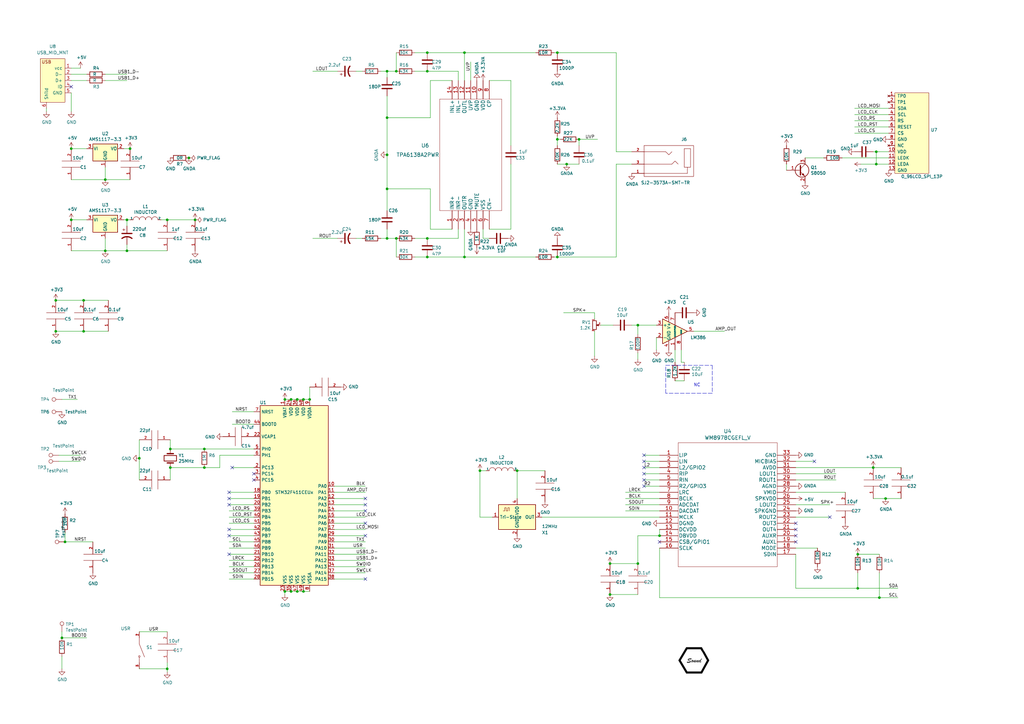
<source format=kicad_sch>
(kicad_sch (version 20211123) (generator eeschema)
  (paper "A3")
  (title_block (title "stm32 Audio  Demo") (date "2021-03-03") (rev "v1") (company "Audio"))
  (junction (at 26.67 222.25))
  (junction (at 237.49 57.15))
  (junction (at 119.38 163.83))
  (junction (at 43.18 73.66))
  (junction (at 175.26 97.79))
  (junction (at 228.6 105.41))
  (junction (at 162.56 97.79))
  (junction (at 121.92 163.83))
  (junction (at 190.5 21.59))
  (junction (at 119.38 242.57))
  (junction (at 52.07 102.87))
  (junction (at 69.85 191.77))
  (junction (at 22.86 135.89))
  (junction (at 228.6 57.15))
  (junction (at 158.75 97.79))
  (junction (at 68.58 90.17))
  (junction (at 158.75 63.5))
  (junction (at 127 163.83))
  (junction (at 250.19 231.14))
  (junction (at 124.46 242.57))
  (junction (at 158.75 48.26))
  (junction (at 80.01 90.17))
  (junction (at 52.07 90.17))
  (junction (at 190.5 105.41))
  (junction (at 270.51 219.71))
  (junction (at 34.29 135.89))
  (junction (at 83.82 191.77))
  (junction (at 232.41 67.31))
  (junction (at 29.21 90.17))
  (junction (at 25.4 261.62))
  (junction (at 196.85 193.04))
  (junction (at 116.84 163.83))
  (junction (at 358.14 191.77))
  (junction (at 57.15 187.96))
  (junction (at 53.34 60.96))
  (junction (at 43.18 102.87))
  (junction (at 175.26 105.41))
  (junction (at 22.86 123.19))
  (junction (at 175.26 21.59))
  (junction (at 162.56 29.21))
  (junction (at 363.22 204.47))
  (junction (at 250.19 243.84))
  (junction (at 175.26 29.21))
  (junction (at 359.41 62.23))
  (junction (at 124.46 163.83))
  (junction (at 116.84 242.57))
  (junction (at 158.75 77.47))
  (junction (at 77.47 64.77))
  (junction (at 158.75 29.21))
  (junction (at 351.79 227.33))
  (junction (at 121.92 242.57))
  (junction (at 359.41 67.31))
  (junction (at 360.68 245.11))
  (junction (at 29.21 60.96))
  (junction (at 261.62 231.14))
  (junction (at 83.82 184.15))
  (junction (at 351.79 241.3))
  (junction (at 212.09 193.04))
  (junction (at 68.58 274.32))
  (junction (at 34.29 123.19))
  (junction (at 228.6 21.59))
  (junction (at 69.85 184.15))
  (junction (at 261.62 133.35))
  (no_connect (at 264.16 191.77))
  (no_connect (at 149.86 237.49))
  (no_connect (at 326.39 222.25))
  (no_connect (at 149.86 214.63))
  (no_connect (at 326.39 214.63))
  (no_connect (at 149.86 219.71))
  (no_connect (at 104.14 194.31))
  (no_connect (at 149.86 204.47))
  (no_connect (at 149.86 207.01))
  (no_connect (at 149.86 209.55))
  (no_connect (at 326.39 217.17))
  (no_connect (at 93.98 217.17))
  (no_connect (at 334.01 189.23))
  (no_connect (at 93.98 219.71))
  (no_connect (at 264.16 199.39))
  (no_connect (at 93.98 227.33))
  (no_connect (at 93.98 207.01))
  (no_connect (at 104.14 196.85))
  (no_connect (at 29.21 35.56))
  (no_connect (at 340.36 212.09))
  (no_connect (at 93.98 201.93))
  (no_connect (at 264.16 194.31))
  (no_connect (at 264.16 196.85))
  (no_connect (at 264.16 186.69))
  (no_connect (at 264.16 189.23))
  (no_connect (at 270.51 222.25))
  (no_connect (at 326.39 219.71))
  (no_connect (at 95.25 191.77))
  (no_connect (at 93.98 204.47))
  (wire (pts (xy 198.12 97.79) (xy 198.12 93.98)))
  (wire (pts (xy 252.73 67.31) (xy 259.08 67.31)))
  (wire (pts (xy 270.51 209.55) (xy 256.54 209.55)))
  (wire (pts (xy 104.14 201.93) (xy 93.98 201.93)))
  (wire (pts (xy 326.39 224.79) (xy 335.28 224.79)))
  (wire (pts (xy 270.51 217.17) (xy 270.51 219.71)))
  (wire (pts (xy 146.05 29.21) (xy 148.59 29.21)))
  (wire (pts (xy 269.24 133.35) (xy 261.62 133.35)))
  (wire (pts (xy 279.4 148.59) (xy 279.4 143.51)))
  (wire (pts (xy 345.44 64.77) (xy 364.49 64.77)))
  (wire (pts (xy 351.79 234.95) (xy 351.79 241.3)))
  (wire (pts (xy 270.51 224.79) (xy 270.51 245.11)))
  (wire (pts (xy 261.62 133.35) (xy 259.08 133.35)))
  (wire (pts (xy 175.26 97.79) (xy 187.96 97.79)))
  (wire (pts (xy 35.56 90.17) (xy 29.21 90.17)))
  (wire (pts (xy 52.07 92.71) (xy 52.07 90.17)))
  (wire (pts (xy 124.46 242.57) (xy 121.92 242.57)))
  (wire (pts (xy 280.67 148.59) (xy 279.4 148.59)))
  (wire (pts (xy 83.82 184.15) (xy 104.14 184.15)))
  (wire (pts (xy 137.16 232.41) (xy 149.86 232.41)))
  (wire (pts (xy 137.16 207.01) (xy 149.86 207.01)))
  (wire (pts (xy 116.84 163.83) (xy 119.38 163.83)))
  (wire (pts (xy 228.6 105.41) (xy 252.73 105.41)))
  (wire (pts (xy 358.14 204.47) (xy 363.22 204.47)))
  (wire (pts (xy 104.14 209.55) (xy 93.98 209.55)))
  (wire (pts (xy 209.55 33.02) (xy 209.55 59.69)))
  (wire (pts (xy 25.4 163.83) (xy 31.75 163.83)))
  (wire (pts (xy 104.14 232.41) (xy 93.98 232.41)))
  (wire (pts (xy 43.18 97.79) (xy 43.18 102.87)))
  (wire (pts (xy 175.26 105.41) (xy 190.5 105.41)))
  (wire (pts (xy 22.86 123.19) (xy 34.29 123.19)))
  (wire (pts (xy 52.07 90.17) (xy 53.34 90.17)))
  (wire (pts (xy 227.33 21.59) (xy 228.6 21.59)))
  (wire (pts (xy 237.49 57.15) (xy 245.11 57.15)))
  (wire (pts (xy 170.18 105.41) (xy 175.26 105.41)))
  (wire (pts (xy 104.14 173.99) (xy 95.25 173.99)))
  (wire (pts (xy 187.96 97.79) (xy 187.96 93.98)))
  (wire (pts (xy 212.09 193.04) (xy 212.09 204.47)))
  (wire (pts (xy 158.75 77.47) (xy 158.75 86.36)))
  (wire (pts (xy 104.14 191.77) (xy 95.25 191.77)))
  (wire (pts (xy 137.16 219.71) (xy 149.86 219.71)))
  (wire (pts (xy 124.46 163.83) (xy 121.92 163.83)))
  (wire (pts (xy 360.68 245.11) (xy 368.3 245.11)))
  (wire (pts (xy 359.41 62.23) (xy 359.41 67.31)))
  (wire (pts (xy 156.21 97.79) (xy 158.75 97.79)))
  (wire (pts (xy 104.14 204.47) (xy 93.98 204.47)))
  (wire (pts (xy 170.18 21.59) (xy 175.26 21.59)))
  (wire (pts (xy 228.6 67.31) (xy 232.41 67.31)))
  (wire (pts (xy 176.53 77.47) (xy 158.75 77.47)))
  (wire (pts (xy 190.5 21.59) (xy 219.71 21.59)))
  (wire (pts (xy 200.66 93.98) (xy 209.55 93.98)))
  (wire (pts (xy 29.21 30.48) (xy 35.56 30.48)))
  (wire (pts (xy 29.21 33.02) (xy 35.56 33.02)))
  (wire (pts (xy 69.85 191.77) (xy 83.82 191.77)))
  (wire (pts (xy 57.15 274.32) (xy 68.58 274.32)))
  (wire (pts (xy 104.14 168.91) (xy 95.25 168.91)))
  (wire (pts (xy 243.84 128.27) (xy 231.14 128.27)))
  (wire (pts (xy 170.18 97.79) (xy 175.26 97.79)))
  (wire (pts (xy 270.51 191.77) (xy 264.16 191.77)))
  (wire (pts (xy 19.05 44.45) (xy 19.05 45.72)))
  (wire (pts (xy 228.6 21.59) (xy 252.73 21.59)))
  (wire (pts (xy 284.48 135.89) (xy 297.18 135.89)))
  (wire (pts (xy 137.16 227.33) (xy 149.86 227.33)))
  (wire (pts (xy 158.75 31.75) (xy 158.75 29.21)))
  (wire (pts (xy 270.51 204.47) (xy 256.54 204.47)))
  (wire (pts (xy 270.51 245.11) (xy 360.68 245.11)))
  (wire (pts (xy 364.49 54.61) (xy 350.52 54.61)))
  (wire (pts (xy 35.56 261.62) (xy 25.4 261.62)))
  (wire (pts (xy 185.42 93.98) (xy 176.53 93.98)))
  (wire (pts (xy 229.87 57.15) (xy 228.6 57.15)))
  (wire (pts (xy 322.58 67.31) (xy 322.58 69.85)))
  (wire (pts (xy 35.56 60.96) (xy 29.21 60.96)))
  (wire (pts (xy 190.5 21.59) (xy 190.5 33.02)))
  (wire (pts (xy 185.42 33.02) (xy 176.53 33.02)))
  (wire (pts (xy 222.25 212.09) (xy 270.51 212.09)))
  (wire (pts (xy 246.38 133.35) (xy 251.46 133.35)))
  (wire (pts (xy 193.04 33.02) (xy 193.04 25.4)))
  (wire (pts (xy 43.18 33.02) (xy 52.07 33.02)))
  (wire (pts (xy 261.62 219.71) (xy 261.62 231.14)))
  (wire (pts (xy 43.18 68.58) (xy 43.18 73.66)))
  (wire (pts (xy 175.26 21.59) (xy 190.5 21.59)))
  (wire (pts (xy 128.27 29.21) (xy 138.43 29.21)))
  (wire (pts (xy 326.39 207.01) (xy 340.36 207.01)))
  (wire (pts (xy 270.51 207.01) (xy 256.54 207.01)))
  (wire (pts (xy 121.92 242.57) (xy 119.38 242.57)))
  (wire (pts (xy 104.14 237.49) (xy 93.98 237.49)))
  (wire (pts (xy 104.14 186.69) (xy 90.17 186.69)))
  (wire (pts (xy 24.13 189.23) (xy 33.02 189.23)))
  (wire (pts (xy 196.85 212.09) (xy 196.85 193.04)))
  (wire (pts (xy 158.75 63.5) (xy 158.75 77.47)))
  (wire (pts (xy 69.85 184.15) (xy 83.82 184.15)))
  (wire (pts (xy 228.6 55.88) (xy 228.6 57.15)))
  (polyline (pts (xy 273.05 161.29) (xy 273.05 149.86)))
  (wire (pts (xy 270.51 194.31) (xy 264.16 194.31)))
  (wire (pts (xy 187.96 29.21) (xy 187.96 33.02)))
  (wire (pts (xy 351.79 241.3) (xy 368.3 241.3)))
  (wire (pts (xy 237.49 59.69) (xy 237.49 57.15)))
  (wire (pts (xy 137.16 222.25) (xy 149.86 222.25)))
  (wire (pts (xy 170.18 29.21) (xy 175.26 29.21)))
  (wire (pts (xy 34.29 123.19) (xy 44.45 123.19)))
  (wire (pts (xy 227.33 105.41) (xy 228.6 105.41)))
  (wire (pts (xy 43.18 102.87) (xy 52.07 102.87)))
  (wire (pts (xy 199.39 193.04) (xy 196.85 193.04)))
  (wire (pts (xy 104.14 219.71) (xy 93.98 219.71)))
  (wire (pts (xy 137.16 201.93) (xy 149.86 201.93)))
  (wire (pts (xy 137.16 224.79) (xy 149.86 224.79)))
  (wire (pts (xy 276.86 148.59) (xy 276.86 143.51)))
  (wire (pts (xy 137.16 212.09) (xy 149.86 212.09)))
  (wire (pts (xy 243.84 130.81) (xy 243.84 128.27)))
  (wire (pts (xy 326.39 191.77) (xy 358.14 191.77)))
  (wire (pts (xy 104.14 207.01) (xy 93.98 207.01)))
  (wire (pts (xy 212.09 193.04) (xy 223.52 193.04)))
  (wire (pts (xy 359.41 67.31) (xy 364.49 67.31)))
  (wire (pts (xy 137.16 204.47) (xy 149.86 204.47)))
  (wire (pts (xy 29.21 73.66) (xy 43.18 73.66)))
  (wire (pts (xy 360.68 227.33) (xy 351.79 227.33)))
  (wire (pts (xy 137.16 229.87) (xy 149.86 229.87)))
  (wire (pts (xy 326.39 189.23) (xy 334.01 189.23)))
  (wire (pts (xy 162.56 105.41) (xy 162.56 97.79)))
  (wire (pts (xy 52.07 102.87) (xy 68.58 102.87)))
  (wire (pts (xy 326.39 194.31) (xy 342.9 194.31)))
  (polyline (pts (xy 292.1 161.29) (xy 273.05 161.29)))
  (wire (pts (xy 29.21 27.94) (xy 33.02 27.94)))
  (wire (pts (xy 190.5 105.41) (xy 190.5 93.98)))
  (wire (pts (xy 176.53 93.98) (xy 176.53 77.47)))
  (wire (pts (xy 52.07 100.33) (xy 52.07 102.87)))
  (wire (pts (xy 228.6 57.15) (xy 228.6 59.69)))
  (wire (pts (xy 270.51 219.71) (xy 261.62 219.71)))
  (wire (pts (xy 137.16 234.95) (xy 149.86 234.95)))
  (wire (pts (xy 364.49 52.07) (xy 350.52 52.07)))
  (wire (pts (xy 158.75 48.26) (xy 158.75 63.5)))
  (wire (pts (xy 269.24 138.43) (xy 269.24 143.51)))
  (wire (pts (xy 57.15 180.34) (xy 57.15 187.96)))
  (wire (pts (xy 66.04 90.17) (xy 68.58 90.17)))
  (wire (pts (xy 264.16 196.85) (xy 270.51 196.85)))
  (wire (pts (xy 127 163.83) (xy 124.46 163.83)))
  (wire (pts (xy 104.14 222.25) (xy 93.98 222.25)))
  (wire (pts (xy 252.73 21.59) (xy 252.73 62.23)))
  (wire (pts (xy 29.21 38.1) (xy 29.21 45.72)))
  (wire (pts (xy 57.15 187.96) (xy 57.15 196.85)))
  (wire (pts (xy 200.66 33.02) (xy 209.55 33.02)))
  (wire (pts (xy 25.4 259.08) (xy 25.4 261.62)))
  (wire (pts (xy 252.73 105.41) (xy 252.73 67.31)))
  (wire (pts (xy 104.14 224.79) (xy 93.98 224.79)))
  (wire (pts (xy 330.2 64.77) (xy 337.82 64.77)))
  (polyline (pts (xy 292.1 149.86) (xy 292.1 161.29)))
  (wire (pts (xy 156.21 29.21) (xy 158.75 29.21)))
  (wire (pts (xy 104.14 227.33) (xy 93.98 227.33)))
  (wire (pts (xy 326.39 201.93) (xy 346.71 201.93)))
  (wire (pts (xy 176.53 33.02) (xy 176.53 48.26)))
  (wire (pts (xy 270.51 189.23) (xy 264.16 189.23)))
  (wire (pts (xy 43.18 30.48) (xy 52.07 30.48)))
  (wire (pts (xy 137.16 217.17) (xy 149.86 217.17)))
  (wire (pts (xy 363.22 204.47) (xy 369.57 204.47)))
  (wire (pts (xy 353.06 67.31) (xy 359.41 67.31)))
  (wire (pts (xy 250.19 243.84) (xy 261.62 243.84)))
  (wire (pts (xy 276.86 156.21) (xy 280.67 156.21)))
  (wire (pts (xy 24.13 186.69) (xy 33.02 186.69)))
  (wire (pts (xy 50.8 60.96) (xy 53.34 60.96)))
  (wire (pts (xy 68.58 90.17) (xy 80.01 90.17)))
  (wire (pts (xy 209.55 93.98) (xy 209.55 67.31)))
  (wire (pts (xy 162.56 21.59) (xy 162.56 29.21)))
  (wire (pts (xy 43.18 73.66) (xy 53.34 73.66)))
  (wire (pts (xy 270.51 199.39) (xy 264.16 199.39)))
  (wire (pts (xy 116.84 243.84) (xy 116.84 242.57)))
  (wire (pts (xy 127 158.75) (xy 127 163.83)))
  (wire (pts (xy 326.39 196.85) (xy 342.9 196.85)))
  (wire (pts (xy 25.4 269.24) (xy 25.4 274.32)))
  (wire (pts (xy 326.39 241.3) (xy 351.79 241.3)))
  (wire (pts (xy 146.05 97.79) (xy 148.59 97.79)))
  (wire (pts (xy 69.85 180.34) (xy 69.85 184.15)))
  (wire (pts (xy 38.1 222.25) (xy 26.67 222.25)))
  (wire (pts (xy 127 242.57) (xy 124.46 242.57)))
  (wire (pts (xy 69.85 196.85) (xy 69.85 191.77)))
  (wire (pts (xy 176.53 48.26) (xy 158.75 48.26)))
  (wire (pts (xy 158.75 39.37) (xy 158.75 48.26)))
  (wire (pts (xy 68.58 271.78) (xy 68.58 274.32)))
  (wire (pts (xy 68.58 259.08) (xy 57.15 259.08)))
  (wire (pts (xy 364.49 49.53) (xy 350.52 49.53)))
  (wire (pts (xy 137.16 209.55) (xy 149.86 209.55)))
  (wire (pts (xy 104.14 229.87) (xy 93.98 229.87)))
  (wire (pts (xy 270.51 186.69) (xy 264.16 186.69)))
  (wire (pts (xy 26.67 218.44) (xy 26.67 222.25)))
  (wire (pts (xy 270.51 201.93) (xy 256.54 201.93)))
  (wire (pts (xy 137.16 214.63) (xy 149.86 214.63)))
  (wire (pts (xy 364.49 46.99) (xy 350.52 46.99)))
  (wire (pts (xy 364.49 44.45) (xy 350.52 44.45)))
  (wire (pts (xy 358.14 191.77) (xy 369.57 191.77)))
  (wire (pts (xy 119.38 163.83) (xy 121.92 163.83)))
  (wire (pts (xy 232.41 67.31) (xy 237.49 67.31)))
  (wire (pts (xy 359.41 62.23) (xy 364.49 62.23)))
  (wire (pts (xy 200.66 97.79) (xy 198.12 97.79)))
  (wire (pts (xy 44.45 135.89) (xy 34.29 135.89)))
  (wire (pts (xy 137.16 237.49) (xy 149.86 237.49)))
  (wire (pts (xy 104.14 234.95) (xy 93.98 234.95)))
  (wire (pts (xy 326.39 227.33) (xy 326.39 241.3)))
  (wire (pts (xy 137.16 199.39) (xy 149.86 199.39)))
  (wire (pts (xy 158.75 97.79) (xy 162.56 97.79)))
  (wire (pts (xy 50.8 90.17) (xy 52.07 90.17)))
  (wire (pts (xy 158.75 93.98) (xy 158.75 97.79)))
  (wire (pts (xy 158.75 29.21) (xy 162.56 29.21)))
  (wire (pts (xy 358.14 62.23) (xy 359.41 62.23)))
  (wire (pts (xy 243.84 135.89) (xy 243.84 146.05)))
  (wire (pts (xy 104.14 217.17) (xy 93.98 217.17)))
  (wire (pts (xy 22.86 135.89) (xy 34.29 135.89)))
  (wire (pts (xy 250.19 231.14) (xy 261.62 231.14)))
  (wire (pts (xy 90.17 186.69) (xy 90.17 191.77)))
  (wire (pts (xy 68.58 274.32) (xy 68.58 275.59)))
  (wire (pts (xy 360.68 234.95) (xy 360.68 245.11)))
  (wire (pts (xy 326.39 212.09) (xy 340.36 212.09)))
  (wire (pts (xy 119.38 242.57) (xy 116.84 242.57)))
  (wire (pts (xy 261.62 144.78) (xy 261.62 147.32)))
  (wire (pts (xy 201.93 212.09) (xy 196.85 212.09)))
  (wire (pts (xy 261.62 137.16) (xy 261.62 133.35)))
  (wire (pts (xy 138.43 97.79) (xy 128.27 97.79)))
  (wire (pts (xy 175.26 29.21) (xy 187.96 29.21)))
  (wire (pts (xy 83.82 191.77) (xy 90.17 191.77)))
  (wire (pts (xy 104.14 212.09) (xy 93.98 212.09)))
  (polyline (pts (xy 273.05 149.86) (xy 292.1 149.86)))
  (wire (pts (xy 252.73 62.23) (xy 259.08 62.23)))
  (wire (pts (xy 104.14 214.63) (xy 93.98 214.63)))
  (wire (pts (xy 29.21 102.87) (xy 43.18 102.87)))
  (wire (pts (xy 219.71 105.41) (xy 190.5 105.41)))
  (image (at 285.75 270.51))
  (text "NC" (at 284.48 158.75 0) (effects (font (size 1.27 1.27)) (justify left bottom)))
  (label "LCD_CLK" (at 146.05 212.09 0))
  (label "SDIN" (at 95.25 237.49 0))
  (label "ROUT" (at 337.82 196.85 0))
  (label "LCD_RS" (at 95.25 209.55 0))
  (label "LCD_RS" (at 351.79 49.53 0))
  (label "TX1" (at 27.94 163.83 0))
  (label "SPK+" (at 336.55 207.01 0))
  (label "LCD_CS" (at 95.25 214.63 0))
  (label "BLK" (at 146.05 199.39 0))
  (label "LCD_MOSI" (at 351.79 44.45 0))
  (label "USB1_D+" (at 48.26 33.02 0))
  (label "AMP_OUT" (at 142.24 201.93 0))
  (label "NRST" (at 30.48 222.25 0))
  (label "USB1_D-" (at 146.05 227.33 0))
  (label "UVP" (at 240.03 57.15 0))
  (label "USR" (at 60.96 259.08 0))
  (label "BCLK" (at 95.25 232.41 0))
  (label "SWCLK" (at 29.21 186.69 0))
  (label "TX1" (at 146.05 222.25 0))
  (label "BOOT0" (at 29.21 261.62 0))
  (label "ROUT" (at 130.81 97.79 0))
  (label "LCD_CS" (at 351.79 54.61 0))
  (label "LCD_RST" (at 351.79 52.07 0))
  (label "UVP" (at 193.04 29.21 90))
  (label "USR" (at 144.78 224.79 0))
  (label "SWCLK" (at 146.05 234.95 0))
  (label "LOUT" (at 337.82 194.31 0))
  (label "LRCK" (at 95.25 229.87 0))
  (label "R2" (at 264.16 199.39 0))
  (label "SCL" (at 364.49 245.11 0))
  (label "SWDIO" (at 146.05 232.41 0))
  (label "USB1_D-" (at 48.26 30.48 0))
  (label "SDOUT" (at 95.25 234.95 0))
  (label "SDIN" (at 257.81 209.55 0))
  (label "AMP_OUT" (at 293.37 135.89 0))
  (label "SDA" (at 95.25 224.79 0))
  (label "SPK+" (at 234.95 128.27 0))
  (label "BCLK" (at 257.81 204.47 0))
  (label "NRST" (at 96.52 168.91 0))
  (label "LCD_RST" (at 95.25 212.09 0))
  (label "SDA" (at 364.49 241.3 0))
  (label "LCD_MOSI" (at 146.05 217.17 0))
  (label "L2" (at 264.16 191.77 0))
  (label "LRCK" (at 257.81 201.93 0))
  (label "USB1_D+" (at 146.05 229.87 0))
  (label "LOUT" (at 129.54 29.21 0))
  (label "SCL" (at 95.25 222.25 0))
  (label "SWDIO" (at 29.21 189.23 0))
  (label "LCD_CLK" (at 351.79 46.99 0))
  (label "SDOUT" (at 257.81 207.01 0))
  (label "BOOT0" (at 96.52 173.99 0))
  (symbol (lib_id "MCU_ST_STM32F4:STM32F411CEUx") (at 121.92 201.93 0) (unit 1)
    (property "Reference" "U1" (at 107.95 165.1 0))
    (property "Value" "STM32F411CEUx" (at 120.65 201.93 0))
    (property "Footprint" "Package_DFN_QFN:QFN-48-1EP_7x7mm_P0.5mm_EP5.6x5.6mm" (effects hide))
    (property "Datasheet" "http://www.st.com/st-web-ui/static/active/en/resource/technical/document/datasheet/DM00115249.pdf" (effects hide))
  )
  (symbol (lib_id "WM8978GEFL:WM8978CGEFL_V") (at 270.51 186.69 0) (unit 1)
    (property "Reference" "U4" (at 298.45 176.8602 0) (effects (font (size 1.524 1.524))))
    (property "Value" "WM8978CGEFL_V" (at 298.45 179.5526 0) (effects (font (size 1.524 1.524))))
    (property "Footprint" "wm8978:WM8978CGEFL" (effects hide))
  )
  (symbol (lib_id "Oscillator:ASCO") (at 212.09 212.09 0) (unit 1)
    (property "Reference" "X1" (at 222.25 218.44 0) (effects (justify left)))
    (property "Value" "12MHz" (at 222.25 215.9 0) (effects (justify left)))
    (property "Footprint" "Crystal:Crystal_SMD_3225-4Pin_3.2x2.5mm" (effects hide))
    (property "Datasheet" "https://abracon.com/Oscillators/ASCO.pdf" (effects hide))
  )
  (symbol (lib_id "power:GND") (at 19.05 45.72 0) (unit 1)
    (property "Reference" "#PWR0106" (effects hide))
    (property "Value" "GND" (at 19.177 50.1142 0))
  )
  (symbol (lib_id "power:+5V") (at 33.02 27.94 0) (unit 1)
    (property "Reference" "#PWR0107" (effects hide))
    (property "Value" "+5V" (at 33.401 23.5458 0))
  )
  (symbol (lib_id "Device:R") (at 39.37 33.02 270) (unit 1)
    (property "Reference" "R3" (at 38.1 35.56 90) (effects (justify left)))
    (property "Value" "R" (at 38.1 33.02 90) (effects (justify left)))
    (property "Footprint" "Resistor_SMD:R_0603_1608Metric" (effects hide))
  )
  (symbol (lib_id "Device:R") (at 39.37 30.48 270) (unit 1)
    (property "Reference" "R4" (at 38.1 27.94 90) (effects (justify left)))
    (property "Value" "R" (at 38.1 30.48 90) (effects (justify left)))
    (property "Footprint" "Resistor_SMD:R_0603_1608Metric" (effects hide))
  )
  (symbol (lib_id "Regulator_Linear:AMS1117-3.3") (at 43.18 60.96 0) (unit 1)
    (property "Reference" "U2" (at 43.18 54.8132 0))
    (property "Value" "AMS1117-3.3" (at 43.18 57.1246 0))
    (property "Footprint" "Package_TO_SOT_SMD:SOT-223-3_TabPin2" (effects hide))
    (property "Datasheet" "http://www.advanced-monolithic.com/pdf/ds1117.pdf" (effects hide))
  )
  (symbol (lib_id "power:PWR_FLAG") (at 80.01 90.17 270) (unit 1)
    (property "Reference" "#FLG0104" (effects hide))
    (property "Value" "PWR_FLAG" (at 83.2612 90.17 90) (effects (justify left)))
  )
  (symbol (lib_id "power:PWR_FLAG") (at 77.47 64.77 270) (unit 1)
    (property "Reference" "#FLG0105" (effects hide))
    (property "Value" "PWR_FLAG" (at 80.7212 64.77 90) (effects (justify left)))
  )
  (symbol (lib_id "power:GND") (at 43.18 73.66 0) (unit 1)
    (property "Reference" "#PWR0110" (effects hide))
    (property "Value" "GND" (at 43.307 78.0542 0))
  )
  (symbol (lib_id "pspice:CAP") (at 29.21 67.31 180) (unit 1)
    (property "Reference" "C1" (at 35.56 68.58 0) (effects (justify left)))
    (property "Value" "10uf" (at 34.29 64.77 0) (effects (justify left)))
    (property "Footprint" "Capacitor_SMD:C_0805_2012Metric" (effects hide))
  )
  (symbol (lib_id "power:+5V") (at 29.21 60.96 0) (unit 1)
    (property "Reference" "#PWR0109" (effects hide))
    (property "Value" "+5V" (at 29.591 56.5658 0))
  )
  (symbol (lib_id "pspice:CAP") (at 53.34 67.31 180) (unit 1)
    (property "Reference" "C7" (at 59.69 68.58 0) (effects (justify left)))
    (property "Value" "10uf" (at 58.42 64.77 0) (effects (justify left)))
    (property "Footprint" "Capacitor_SMD:C_0805_2012Metric" (effects hide))
  )
  (symbol (lib_id "power:+3.3V") (at 53.34 60.96 0) (unit 1)
    (property "Reference" "#PWR0108" (effects hide))
    (property "Value" "+3.3V" (at 53.721 56.5658 0))
  )
  (symbol (lib_id "Device:Crystal") (at 69.85 187.96 270) (unit 1)
    (property "Reference" "Y1" (at 73.1774 186.7916 90) (effects (justify left)))
    (property "Value" "25MHz" (at 73.1774 189.103 90) (effects (justify left)))
    (property "Footprint" "Crystal:Crystal_SMD_5032-2Pin_5.0x3.2mm" (effects hide))
  )
  (symbol (lib_id "power:+5V") (at 29.21 90.17 0) (unit 1)
    (property "Reference" "#PWR0111" (effects hide))
    (property "Value" "+5V" (at 29.591 85.7758 0))
  )
  (symbol (lib_id "Regulator_Linear:AMS1117-3.3") (at 43.18 90.17 0) (unit 1)
    (property "Reference" "U3" (at 43.18 84.0232 0))
    (property "Value" "AMS1117-3.3" (at 43.18 86.3346 0))
    (property "Footprint" "Package_TO_SOT_SMD:SOT-223-3_TabPin2" (effects hide))
    (property "Datasheet" "http://www.advanced-monolithic.com/pdf/ds1117.pdf" (effects hide))
  )
  (symbol (lib_id "power:GND") (at 43.18 102.87 0) (unit 1)
    (property "Reference" "#PWR0112" (effects hide))
    (property "Value" "GND" (at 43.307 107.2642 0))
  )
  (symbol (lib_id "pspice:CAP") (at 29.21 96.52 180) (unit 1)
    (property "Reference" "C2" (at 35.56 97.79 0) (effects (justify left)))
    (property "Value" "10uf" (at 34.29 93.98 0) (effects (justify left)))
    (property "Footprint" "Capacitor_SMD:C_0805_2012Metric" (effects hide))
  )
  (symbol (lib_id "power:+3.3VA") (at 80.01 90.17 0) (unit 1)
    (property "Reference" "#PWR0113" (effects hide))
    (property "Value" "+3.3VA" (at 80.391 85.7758 0))
  )
  (symbol (lib_id "pspice:INDUCTOR") (at 59.69 90.17 0) (unit 1)
    (property "Reference" "L1" (at 59.69 84.709 0))
    (property "Value" "INDUCTOR" (at 59.69 87.0204 0))
    (property "Footprint" "Inductor_SMD:L_TDK_NLV32_3.2x2.5mm" (effects hide))
  )
  (symbol (lib_id "pspice:CAP") (at 68.58 96.52 180) (unit 1)
    (property "Reference" "C12" (at 74.93 97.79 0) (effects (justify left)))
    (property "Value" "1uf" (at 73.66 93.98 0) (effects (justify left)))
    (property "Footprint" "Capacitor_SMD:C_0805_2012Metric" (effects hide))
  )
  (symbol (lib_id "pspice:CAP") (at 80.01 96.52 180) (unit 1)
    (property "Reference" "C13" (at 86.36 97.79 0) (effects (justify left)))
    (property "Value" "0.1uf" (at 85.09 93.98 0) (effects (justify left)))
    (property "Footprint" "Capacitor_SMD:C_0805_2012Metric" (effects hide))
  )
  (symbol (lib_id "power:+3.3V") (at 116.84 163.83 0) (unit 1)
    (property "Reference" "#PWR0115" (effects hide))
    (property "Value" "+3.3V" (at 117.221 159.4358 0))
  )
  (symbol (lib_id "power:GND") (at 116.84 243.84 0) (unit 1)
    (property "Reference" "#PWR0114" (effects hide))
    (property "Value" "GND" (at 116.967 248.2342 0))
  )
  (symbol (lib_id "pspice:CAP") (at 97.79 179.07 90) (mirror x) (unit 1)
    (property "Reference" "C14" (at 102.87 182.88 90) (effects (justify left)))
    (property "Value" "4.7uf" (at 104.14 175.26 90) (effects (justify left)))
    (property "Footprint" "Capacitor_SMD:C_0805_2012Metric" (effects hide))
  )
  (symbol (lib_id "power:GND") (at 91.44 179.07 270) (unit 1)
    (property "Reference" "#PWR0116" (effects hide))
    (property "Value" "GND" (at 88.1888 179.197 90) (effects (justify right)))
  )
  (symbol (lib_id "pspice:CAP") (at 22.86 129.54 180) (unit 1)
    (property "Reference" "C5" (at 29.21 130.81 0) (effects (justify left)))
    (property "Value" "10uf" (at 27.94 127 0) (effects (justify left)))
    (property "Footprint" "Capacitor_SMD:C_0805_2012Metric" (effects hide))
  )
  (symbol (lib_id "power:GND") (at 22.86 135.89 0) (unit 1)
    (property "Reference" "#PWR0117" (effects hide))
    (property "Value" "GND" (at 22.987 140.2842 0))
  )
  (symbol (lib_id "pspice:CAP") (at 34.29 129.54 180) (unit 1)
    (property "Reference" "C6" (at 40.64 130.81 0) (effects (justify left)))
    (property "Value" "0.1uf" (at 39.37 127 0) (effects (justify left)))
    (property "Footprint" "Capacitor_SMD:C_0805_2012Metric" (effects hide))
  )
  (symbol (lib_id "pspice:CAP") (at 44.45 129.54 180) (unit 1)
    (property "Reference" "C9" (at 50.8 130.81 0) (effects (justify left)))
    (property "Value" "0.1uf" (at 49.53 127 0) (effects (justify left)))
    (property "Footprint" "Capacitor_SMD:C_0805_2012Metric" (effects hide))
  )
  (symbol (lib_id "pspice:CAP") (at 133.35 158.75 90) (unit 1)
    (property "Reference" "C15" (at 138.43 163.83 90) (effects (justify left)))
    (property "Value" "10uf" (at 139.7 161.29 90) (effects (justify left)))
    (property "Footprint" "Capacitor_SMD:C_0805_2012Metric" (effects hide))
  )
  (symbol (lib_id "power:GND") (at 139.7 158.75 90) (unit 1)
    (property "Reference" "#PWR0118" (effects hide))
    (property "Value" "GND" (at 142.9512 158.623 90) (effects (justify right)))
  )
  (symbol (lib_id "power:GND") (at 57.15 187.96 270) (unit 1)
    (property "Reference" "#PWR0119" (effects hide))
    (property "Value" "GND" (at 53.8988 188.087 90) (effects (justify right)))
  )
  (symbol (lib_id "Device:R") (at 83.82 187.96 0) (unit 1)
    (property "Reference" "R6" (at 85.598 186.7916 0) (effects (justify left)))
    (property "Value" "1M" (at 83.82 189.23 90) (effects (justify left)))
    (property "Footprint" "Resistor_SMD:R_0603_1608Metric" (effects hide))
  )
  (symbol (lib_id "pspice:CAP") (at 63.5 180.34 270) (unit 1)
    (property "Reference" "C10" (at 58.42 184.15 90) (effects (justify left)))
    (property "Value" "22pf" (at 57.15 176.53 90) (effects (justify left)))
    (property "Footprint" "Capacitor_SMD:C_0805_2012Metric" (effects hide))
  )
  (symbol (lib_id "pspice:CAP") (at 63.5 196.85 270) (unit 1)
    (property "Reference" "C11" (at 58.42 200.66 90) (effects (justify left)))
    (property "Value" "22pf" (at 57.15 193.04 90) (effects (justify left)))
    (property "Footprint" "Capacitor_SMD:C_0805_2012Metric" (effects hide))
  )
  (symbol (lib_id "Device:R") (at 26.67 214.63 0) (unit 1)
    (property "Reference" "R2" (at 28.448 213.4616 0) (effects (justify left)))
    (property "Value" "10K" (at 26.67 215.9 90) (effects (justify left)))
    (property "Footprint" "Resistor_SMD:R_0603_1608Metric" (effects hide))
  )
  (symbol (lib_id "power:+3.3V") (at 26.67 210.82 0) (unit 1)
    (property "Reference" "#PWR0121" (effects hide))
    (property "Value" "+3.3V" (at 27.051 206.4258 0))
  )
  (symbol (lib_id "pspice:CAP") (at 38.1 228.6 180) (unit 1)
    (property "Reference" "C4" (at 44.45 229.87 0) (effects (justify left)))
    (property "Value" "10uf" (at 43.18 226.06 0) (effects (justify left)))
    (property "Footprint" "Capacitor_SMD:C_0805_2012Metric" (effects hide))
  )
  (symbol (lib_id "power:GND") (at 38.1 234.95 0) (unit 1)
    (property "Reference" "#PWR0122" (effects hide))
    (property "Value" "GND" (at 38.227 239.3442 0))
  )
  (symbol (lib_id "Device:R") (at 25.4 265.43 0) (unit 1)
    (property "Reference" "R1" (at 27.178 264.2616 0) (effects (justify left)))
    (property "Value" "10K" (at 25.4 266.7 90) (effects (justify left)))
    (property "Footprint" "Resistor_SMD:R_0603_1608Metric" (effects hide))
  )
  (symbol (lib_id "power:GND") (at 25.4 274.32 0) (unit 1)
    (property "Reference" "#PWR0123" (effects hide))
    (property "Value" "GND" (at 25.527 278.7142 0))
  )
  (symbol (lib_id "power:+3.3V") (at 22.86 123.19 0) (unit 1)
    (property "Reference" "#PWR0127" (effects hide))
    (property "Value" "+3.3V" (at 23.241 118.7958 0))
  )
  (symbol (lib_id "pspice:CAP") (at 250.19 237.49 180) (unit 1)
    (property "Reference" "C18" (at 256.54 238.76 0) (effects (justify left)))
    (property "Value" "10uf" (at 255.27 234.95 0) (effects (justify left)))
    (property "Footprint" "Capacitor_SMD:C_0805_2012Metric" (effects hide))
  )
  (symbol (lib_id "power:GND") (at 250.19 243.84 0) (unit 1)
    (property "Reference" "#PWR0128" (effects hide))
    (property "Value" "GND" (at 250.317 248.2342 0))
  )
  (symbol (lib_id "pspice:CAP") (at 261.62 237.49 180) (unit 1)
    (property "Reference" "C20" (at 267.97 238.76 0) (effects (justify left)))
    (property "Value" "0.1uf" (at 266.7 234.95 0) (effects (justify left)))
    (property "Footprint" "Capacitor_SMD:C_0805_2012Metric" (effects hide))
  )
  (symbol (lib_id "power:+3.3V") (at 250.19 231.14 0) (unit 1)
    (property "Reference" "#PWR0129" (effects hide))
    (property "Value" "+3.3V" (at 250.571 226.7458 0))
  )
  (symbol (lib_id "power:GND") (at 270.51 214.63 270) (unit 1)
    (property "Reference" "#PWR0130" (effects hide))
    (property "Value" "GND" (at 267.2588 214.757 90) (effects (justify right)))
  )
  (symbol (lib_id "power:GND") (at 326.39 186.69 90) (unit 1)
    (property "Reference" "#PWR0131" (effects hide))
    (property "Value" "GND" (at 329.6412 186.563 90) (effects (justify right)))
  )
  (symbol (lib_id "pspice:CAP") (at 358.14 198.12 180) (unit 1)
    (property "Reference" "C28" (at 364.49 199.39 0) (effects (justify left)))
    (property "Value" "10uf" (at 363.22 195.58 0) (effects (justify left)))
    (property "Footprint" "Capacitor_SMD:C_0805_2012Metric" (effects hide))
  )
  (symbol (lib_id "pspice:CAP") (at 369.57 198.12 180) (unit 1)
    (property "Reference" "C32" (at 375.92 199.39 0) (effects (justify left)))
    (property "Value" "0.1uf" (at 374.65 195.58 0) (effects (justify left)))
    (property "Footprint" "Capacitor_SMD:C_0805_2012Metric" (effects hide))
  )
  (symbol (lib_id "power:+3.3VA") (at 358.14 191.77 0) (unit 1)
    (property "Reference" "#PWR0133" (effects hide))
    (property "Value" "+3.3VA" (at 358.521 187.3758 0))
  )
  (symbol (lib_id "power:GNDA") (at 326.39 199.39 90) (unit 1)
    (property "Reference" "#PWR0134" (effects hide))
    (property "Value" "GNDA" (at 329.6412 199.263 90) (effects (justify right)))
  )
  (symbol (lib_id "power:+5V") (at 326.39 204.47 270) (unit 1)
    (property "Reference" "#PWR0135" (effects hide))
    (property "Value" "+5V" (at 329.6412 204.851 90) (effects (justify left)))
  )
  (symbol (lib_id "pspice:CAP") (at 346.71 208.28 180) (unit 1)
    (property "Reference" "C27" (at 353.06 209.55 0) (effects (justify left)))
    (property "Value" "10uf" (at 351.79 205.74 0) (effects (justify left)))
    (property "Footprint" "Capacitor_SMD:C_0805_2012Metric" (effects hide))
  )
  (symbol (lib_id "power:GNDA") (at 346.71 214.63 0) (unit 1)
    (property "Reference" "#PWR0136" (effects hide))
    (property "Value" "GNDA" (at 346.837 219.0242 0))
  )
  (symbol (lib_id "power:GND") (at 326.39 209.55 90) (unit 1)
    (property "Reference" "#PWR0137" (effects hide))
    (property "Value" "GND" (at 329.6412 209.423 90) (effects (justify right)))
  )
  (symbol (lib_id "Amplifier_Audio:LM386") (at 276.86 135.89 0) (unit 1)
    (property "Reference" "U5" (at 281.94 132.08 0) (effects (justify left)))
    (property "Value" "LM386" (at 283.21 138.43 0) (effects (justify left)))
    (property "Footprint" "Package_SO:HSOP-8-1EP_3.9x4.9mm_P1.27mm_EP2.41x3.1mm" (effects hide))
    (property "Datasheet" "http://www.ti.com/lit/ds/symlink/lm386.pdf" (effects hide))
  )
  (symbol (lib_id "Device:R") (at 335.28 228.6 0) (unit 1)
    (property "Reference" "R12" (at 337.058 227.4316 0) (effects (justify left)))
    (property "Value" "10K" (at 335.28 229.87 90) (effects (justify left)))
    (property "Footprint" "Resistor_SMD:R_0603_1608Metric" (effects hide))
  )
  (symbol (lib_id "power:GND") (at 335.28 232.41 0) (unit 1)
    (property "Reference" "#PWR0138" (effects hide))
    (property "Value" "GND" (at 335.407 236.8042 0))
  )
  (symbol (lib_id "Device:R") (at 351.79 231.14 0) (unit 1)
    (property "Reference" "R13" (at 353.568 229.9716 0) (effects (justify left)))
    (property "Value" "10K" (at 351.79 232.41 90) (effects (justify left)))
    (property "Footprint" "Resistor_SMD:R_0603_1608Metric" (effects hide))
  )
  (symbol (lib_id "Device:R") (at 360.68 231.14 0) (unit 1)
    (property "Reference" "R14" (at 362.458 229.9716 0) (effects (justify left)))
    (property "Value" "10K" (at 360.68 232.41 90) (effects (justify left)))
    (property "Footprint" "Resistor_SMD:R_0603_1608Metric" (effects hide))
  )
  (symbol (lib_id "power:+3.3V") (at 351.79 227.33 0) (unit 1)
    (property "Reference" "#PWR0139" (effects hide))
    (property "Value" "+3.3V" (at 352.171 222.9358 0))
  )
  (symbol (lib_id "pspice:CAP") (at 68.58 265.43 180) (unit 1)
    (property "Reference" "C17" (at 74.93 266.7 0) (effects (justify left)))
    (property "Value" "10uf" (at 73.66 262.89 0) (effects (justify left)))
    (property "Footprint" "Capacitor_SMD:C_0805_2012Metric" (effects hide))
  )
  (symbol (lib_id "power:GND") (at 68.58 275.59 0) (unit 1)
    (property "Reference" "#PWR0102" (effects hide))
    (property "Value" "GND" (at 68.707 279.9842 0))
  )
  (symbol (lib_id "power:GND") (at 212.09 219.71 0) (unit 1)
    (property "Reference" "#PWR0140" (effects hide))
    (property "Value" "GND" (at 212.217 224.1042 0))
  )
  (symbol (lib_id "pspice:INDUCTOR") (at 205.74 193.04 0) (unit 1)
    (property "Reference" "L2" (at 205.74 187.579 0))
    (property "Value" "INDUCTOR" (at 205.74 189.8904 0))
    (property "Footprint" "Inductor_SMD:L_0805_2012Metric" (effects hide))
  )
  (symbol (lib_id "pspice:CAP") (at 223.52 199.39 180) (unit 1)
    (property "Reference" "C16" (at 229.87 200.66 0) (effects (justify left)))
    (property "Value" "10uf" (at 228.6 196.85 0) (effects (justify left)))
    (property "Footprint" "Capacitor_SMD:C_0805_2012Metric" (effects hide))
  )
  (symbol (lib_id "power:+3.3V") (at 196.85 193.04 0) (unit 1)
    (property "Reference" "#PWR0141" (effects hide))
    (property "Value" "+3.3V" (at 197.231 188.6458 0))
  )
  (symbol (lib_id "power:+3.3V") (at 274.32 128.27 0) (unit 1)
    (property "Reference" "#PWR0103" (effects hide))
    (property "Value" "+3.3V" (at 274.701 123.8758 0))
  )
  (symbol (lib_id "power:GND") (at 274.32 143.51 0) (unit 1)
    (property "Reference" "#PWR0104" (effects hide))
    (property "Value" "GND" (at 274.447 147.9042 0))
  )
  (symbol (lib_id "Device:C") (at 280.67 128.27 270) (unit 1)
    (property "Reference" "C21" (at 280.67 121.8692 90))
    (property "Value" "C" (at 280.67 124.1806 90))
    (property "Footprint" "Capacitor_SMD:C_0805_2012Metric" (effects hide))
  )
  (symbol (lib_id "power:GND") (at 284.48 128.27 90) (unit 1)
    (property "Reference" "#PWR0105" (effects hide))
    (property "Value" "GND" (at 288.8742 128.143 0))
  )
  (symbol (lib_id "power:GND") (at 269.24 143.51 0) (unit 1)
    (property "Reference" "#PWR0120" (effects hide))
    (property "Value" "GND" (at 269.367 147.9042 0))
  )
  (symbol (lib_id "power:GND") (at 223.52 205.74 0) (unit 1)
    (property "Reference" "#PWR0142" (effects hide))
    (property "Value" "GND" (at 223.647 210.1342 0))
  )
  (symbol (lib_id "Device:C") (at 280.67 152.4 0) (unit 1)
    (property "Reference" "C22" (at 283.591 151.2316 0) (effects (justify left)))
    (property "Value" "10uF" (at 283.591 153.543 0) (effects (justify left)))
    (property "Footprint" "Capacitor_SMD:C_0805_2012Metric" (effects hide))
  )
  (symbol (lib_id "Device:R") (at 276.86 152.4 180) (unit 1)
    (property "Reference" "R18" (at 274.32 151.13 90) (effects (justify left)))
    (property "Value" "1.2K" (at 276.86 149.86 90) (effects (justify left)))
    (property "Footprint" "Resistor_SMD:R_0603_1608Metric" (effects hide))
  )
  (symbol (lib_id "Device:R") (at 261.62 140.97 180) (unit 1)
    (property "Reference" "R17" (at 259.08 139.7 90) (effects (justify left)))
    (property "Value" "100R" (at 261.62 138.43 90) (effects (justify left)))
    (property "Footprint" "Resistor_SMD:R_0603_1608Metric" (effects hide))
  )
  (symbol (lib_id "power:GND") (at 261.62 147.32 0) (unit 1)
    (property "Reference" "#PWR0148" (effects hide))
    (property "Value" "GND" (at 261.747 151.7142 0))
  )
  (symbol (lib_id "power:GNDA") (at 259.08 71.12 0) (unit 1)
    (property "Reference" "#PWR0143" (effects hide))
    (property "Value" "GNDA" (at 259.207 75.5142 0))
  )
  (symbol (lib_id "Device:C") (at 255.27 133.35 270) (unit 1)
    (property "Reference" "C19" (at 255.27 126.9492 90))
    (property "Value" "10uF" (at 255.27 129.2606 90))
    (property "Footprint" "Capacitor_SMD:C_0805_2012Metric" (effects hide))
  )
  (symbol (lib_id "Device:R_POT_Small") (at 243.84 133.35 0) (unit 1)
    (property "Reference" "RV1" (at 242.3414 132.1816 0) (effects (justify right)))
    (property "Value" "1.2K" (at 242.3414 134.493 0) (effects (justify right)))
    (property "Footprint" "Potentiometer_SMD:Potentiometer_Bourns_TC33X_Vertical" (effects hide))
  )
  (symbol (lib_id "power:GND") (at 243.84 146.05 0) (unit 1)
    (property "Reference" "#PWR0150" (effects hide))
    (property "Value" "GND" (at 243.967 150.4442 0))
  )
  (symbol (lib_id "power:GND") (at 364.49 57.15 270) (unit 1)
    (property "Reference" "#PWR0151" (effects hide))
    (property "Value" "GND" (at 360.0958 57.277 90))
  )
  (symbol (lib_id "power:+3.3V") (at 353.06 67.31 90) (unit 1)
    (property "Reference" "#PWR0152" (effects hide))
    (property "Value" "+3.3V" (at 353.06 69.85 90))
  )
  (symbol (lib_id "Device:R") (at 341.63 64.77 90) (unit 1)
    (property "Reference" "R19" (at 342.9 62.23 90) (effects (justify left)))
    (property "Value" "10R" (at 344.17 64.77 90) (effects (justify left)))
    (property "Footprint" "Resistor_SMD:R_0603_1608Metric" (effects hide))
  )
  (symbol (lib_id "power:GND") (at 25.4 168.91 0) (unit 1)
    (property "Reference" "#PWR0155" (effects hide))
    (property "Value" "GND" (at 25.527 173.3042 0))
  )
  (symbol (lib_id "SKQGAKE010:8-1437565-1") (at 57.15 266.7 270) (unit 1)
    (property "Reference" "S1" (at 59.9694 265.5316 90) (effects (justify left)))
    (property "Value" "USR" (at 49.53 257.81 90) (effects (justify left)))
    (property "Footprint" "Button_SMD:SKQGAKE010" (effects hide))
    (property "EU_RoHS_Compliance" "Compliant" (effects hide))
    (property "Comment" "8-1437565-1" (effects hide))
  )
  (symbol (lib_id "usrTFTLCD:0_96LCD_SPI_13P") (at 367.03 71.12 0) (unit 1)
    (property "Reference" "U7" (at 381.7112 53.3146 0) (effects (justify left)))
    (property "Value" "0_96LCD_SPI_13P" (at 369.57 72.39 0) (effects (justify left)))
    (property "Footprint" "TFTLCD:0_96LCD_SPI_13P" (effects hide))
  )
  (symbol (lib_id "Device:C") (at 354.33 62.23 90) (unit 1)
    (property "Reference" "C37" (at 355.6 58.42 90))
    (property "Value" "1uF" (at 350.52 59.69 90))
    (property "Footprint" "Capacitor_SMD:C_0805_2012Metric" (effects hide))
  )
  (symbol (lib_id "power:GND") (at 350.52 62.23 270) (unit 1)
    (property "Reference" "#PWR013" (effects hide))
    (property "Value" "GND" (at 346.71 60.96 90))
  )
  (symbol (lib_id "TPA6138A2PWR:TPA6138A2PWR") (at 185.42 93.98 90) (unit 1)
    (property "Reference" "U6" (at 172.72 59.69 90) (effects (font (size 1.524 1.524)) (justify right)))
    (property "Value" "TPA6138A2PWR" (at 162.56 63.5 90) (effects (font (size 1.524 1.524)) (justify right)))
    (property "Footprint" "TPA6138A2PWR:TPA6138A2PWR" (effects hide))
  )
  (symbol (lib_id "power:GND") (at 364.49 69.85 0) (unit 1)
    (property "Reference" "#PWR014" (effects hide))
    (property "Value" "GND" (at 364.617 74.2442 0))
  )
  (symbol (lib_id "Transistor_BJT:S8050") (at 327.66 69.85 0) (unit 1)
    (property "Reference" "Q1" (at 332.486 68.6816 0) (effects (justify left)))
    (property "Value" "S8050" (at 332.486 70.993 0) (effects (justify left)))
    (property "Footprint" "Package_TO_SOT_SMD:SOT-23" (effects hide))
    (property "Datasheet" "http://www.unisonic.com.tw/datasheet/S8050.pdf" (effects hide))
  )
  (symbol (lib_id "power:GND") (at 330.2 74.93 0) (unit 1)
    (property "Reference" "#PWR012" (effects hide))
    (property "Value" "GND" (at 330.327 79.3242 0))
  )
  (symbol (lib_id "Device:R") (at 322.58 63.5 0) (unit 1)
    (property "Reference" "R29" (at 325.12 62.23 0) (effects (justify left)))
    (property "Value" "10K" (at 322.58 66.04 90) (effects (justify left)))
    (property "Footprint" "Resistor_SMD:R_0603_1608Metric" (effects hide))
  )
  (symbol (lib_id "power:+3.3V") (at 322.58 59.69 0) (unit 1)
    (property "Reference" "#PWR011" (effects hide))
    (property "Value" "+3.3V" (at 322.58 55.88 0))
  )
  (symbol (lib_id "SJ2-3573A-SMT-TR:SJ2-3573A-SMT-TR") (at 267.97 67.31 180) (unit 1)
    (property "Reference" "J6" (at 279.4 57.15 0) (effects (justify right)))
    (property "Value" "SJ2-3573A-SMT-TR" (at 262.89 74.93 0) (effects (justify right)))
    (property "Footprint" "3.5AudioHeader:PJ-313D" (effects hide))
    (property "PART_REV" "1.01" (effects hide))
    (property "MPN" "SJ2-3573A-SMT-TR" (effects hide))
    (property "MANUFACTURER" "CUI" (effects hide))
    (property "STANDARD" "Mnaufacturer recommendation" (effects hide))
  )
  (symbol (lib_id "Device:CP1") (at 142.24 29.21 90) (unit 1)
    (property "Reference" "C23" (at 142.24 24.13 90))
    (property "Value" "2.2uf" (at 137.16 26.67 90))
    (property "Footprint" "TAJD107M016RNJ_7343:TAJD107M016RNJ7343" (effects hide))
  )
  (symbol (lib_id "Device:CP1") (at 142.24 97.79 90) (unit 1)
    (property "Reference" "C24" (at 142.24 93.98 90))
    (property "Value" "2.2uf" (at 138.43 95.25 90))
    (property "Footprint" "TAJD107M016RNJ_7343:TAJD107M016RNJ7343" (effects hide))
  )
  (symbol (lib_id "Device:R") (at 152.4 29.21 90) (unit 1)
    (property "Reference" "R5" (at 153.67 26.67 90) (effects (justify left)))
    (property "Value" "15K" (at 153.67 29.21 90) (effects (justify left)))
    (property "Footprint" "Resistor_SMD:R_0603_1608Metric" (effects hide))
  )
  (symbol (lib_id "power:GNDA") (at 158.75 63.5 270) (unit 1)
    (property "Reference" "#PWR01" (effects hide))
    (property "Value" "GNDA" (at 154.3558 63.627 0))
  )
  (symbol (lib_id "Device:C") (at 158.75 35.56 0) (unit 1)
    (property "Reference" "C25" (at 162.56 34.29 0))
    (property "Value" "180P" (at 153.67 35.56 0))
    (property "Footprint" "Capacitor_SMD:C_0805_2012Metric" (effects hide))
  )
  (symbol (lib_id "Device:C") (at 158.75 90.17 0) (unit 1)
    (property "Reference" "C26" (at 161.29 86.36 0))
    (property "Value" "180P" (at 153.67 90.17 0))
    (property "Footprint" "Capacitor_SMD:C_0805_2012Metric" (effects hide))
  )
  (symbol (lib_id "Device:R") (at 152.4 97.79 90) (unit 1)
    (property "Reference" "R11" (at 153.67 95.25 90) (effects (justify left)))
    (property "Value" "15K" (at 153.67 97.79 90) (effects (justify left)))
    (property "Footprint" "Resistor_SMD:R_0603_1608Metric" (effects hide))
  )
  (symbol (lib_id "Device:R") (at 166.37 21.59 90) (unit 1)
    (property "Reference" "R15" (at 167.64 19.05 90) (effects (justify left)))
    (property "Value" "30K" (at 167.64 21.59 90) (effects (justify left)))
    (property "Footprint" "Resistor_SMD:R_0603_1608Metric" (effects hide))
  )
  (symbol (lib_id "Device:R") (at 166.37 29.21 90) (unit 1)
    (property "Reference" "R16" (at 167.64 26.67 90) (effects (justify left)))
    (property "Value" "43K" (at 167.64 29.21 90) (effects (justify left)))
    (property "Footprint" "Resistor_SMD:R_0603_1608Metric" (effects hide))
  )
  (symbol (lib_id "Device:C") (at 175.26 25.4 0) (unit 1)
    (property "Reference" "C29" (at 179.07 25.4 0))
    (property "Value" "47P" (at 179.07 27.94 0))
    (property "Footprint" "Capacitor_SMD:C_0805_2012Metric" (effects hide))
  )
  (symbol (lib_id "Device:R") (at 166.37 97.79 90) (unit 1)
    (property "Reference" "R20" (at 167.64 95.25 90) (effects (justify left)))
    (property "Value" "43K" (at 167.64 97.79 90) (effects (justify left)))
    (property "Footprint" "Resistor_SMD:R_0603_1608Metric" (effects hide))
  )
  (symbol (lib_id "Device:R") (at 166.37 105.41 90) (unit 1)
    (property "Reference" "R21" (at 167.64 102.87 90) (effects (justify left)))
    (property "Value" "30K" (at 167.64 105.41 90) (effects (justify left)))
    (property "Footprint" "Resistor_SMD:R_0603_1608Metric" (effects hide))
  )
  (symbol (lib_id "Device:C") (at 175.26 101.6 0) (unit 1)
    (property "Reference" "C30" (at 179.07 101.6 0))
    (property "Value" "47P" (at 179.07 104.14 0))
    (property "Footprint" "Capacitor_SMD:C_0805_2012Metric" (effects hide))
  )
  (symbol (lib_id "Device:R") (at 73.66 64.77 270) (unit 1)
    (property "Reference" "R7" (at 72.39 67.31 90) (effects (justify left)))
    (property "Value" "0R" (at 72.39 64.77 90) (effects (justify left)))
    (property "Footprint" "Resistor_SMD:R_0603_1608Metric" (effects hide))
  )
  (symbol (lib_id "power:GND") (at 69.85 64.77 0) (unit 1)
    (property "Reference" "#PWR0157" (effects hide))
    (property "Value" "GND" (at 69.977 69.1642 0))
  )
  (symbol (lib_id "power:GNDA") (at 77.47 64.77 0) (unit 1)
    (property "Reference" "#PWR0158" (effects hide))
    (property "Value" "GNDA" (at 77.597 69.1642 0))
  )
  (symbol (lib_id "Device:CP1") (at 52.07 96.52 0) (unit 1)
    (property "Reference" "C8" (at 58.4708 96.52 0))
    (property "Value" "220uf" (at 57.15 93.98 0))
    (property "Footprint" "TAJD107M016RNJ_7343:TAJD107M016RNJ7343" (effects hide))
  )
  (symbol (lib_id "Connector:TestPoint") (at 25.4 259.08 0) (unit 1)
    (property "Reference" "TP1" (at 26.8732 256.0828 0) (effects (justify left)))
    (property "Value" "TestPoint" (at 26.8732 258.3942 0) (effects (justify left)))
    (property "Footprint" "TestPoint:TestPoint_Pad_1.0x1.0mm" (effects hide))
  )
  (symbol (lib_id "power:GNDA") (at 195.58 33.02 180) (unit 1)
    (property "Reference" "#PWR03" (effects hide))
    (property "Value" "GNDA" (at 195.58 27.94 90))
  )
  (symbol (lib_id "Device:C") (at 209.55 63.5 0) (unit 1)
    (property "Reference" "C33" (at 213.36 64.77 0))
    (property "Value" "1uF" (at 214.63 62.23 0))
    (property "Footprint" "Capacitor_SMD:C_0805_2012Metric" (effects hide))
  )
  (symbol (lib_id "power:+3.3VA") (at 198.12 33.02 0) (unit 1)
    (property "Reference" "#PWR05" (effects hide))
    (property "Value" "+3.3VA" (at 198.12 26.67 90))
  )
  (symbol (lib_id "Device:C") (at 204.47 97.79 270) (unit 1)
    (property "Reference" "C31" (at 205.74 101.6 90))
    (property "Value" "1uF" (at 205.74 102.87 90))
    (property "Footprint" "Capacitor_SMD:C_0805_2012Metric" (effects hide))
  )
  (symbol (lib_id "power:GNDA") (at 208.28 97.79 90) (unit 1)
    (property "Reference" "#PWR06" (effects hide))
    (property "Value" "GNDA" (at 209.55 100.33 90))
  )
  (symbol (lib_id "power:GNDA") (at 193.04 93.98 0) (unit 1)
    (property "Reference" "#PWR02" (effects hide))
    (property "Value" "GNDA" (at 193.04 100.33 90))
  )
  (symbol (lib_id "power:+3.3VA") (at 195.58 101.6 180) (unit 1)
    (property "Reference" "#PWR04" (effects hide))
    (property "Value" "+3.3VA" (at 199.39 101.6 0))
  )
  (symbol (lib_id "Device:R") (at 195.58 97.79 0) (unit 1)
    (property "Reference" "R22" (at 196.85 99.06 0) (effects (justify left)))
    (property "Value" "1K" (at 195.58 99.06 90) (effects (justify left)))
    (property "Footprint" "Resistor_SMD:R_0603_1608Metric" (effects hide))
  )
  (symbol (lib_id "Device:R") (at 223.52 21.59 90) (unit 1)
    (property "Reference" "R23" (at 224.79 19.05 90) (effects (justify left)))
    (property "Value" "10R" (at 224.79 21.59 90) (effects (justify left)))
    (property "Footprint" "Resistor_SMD:R_0603_1608Metric" (effects hide))
  )
  (symbol (lib_id "Device:C") (at 228.6 25.4 0) (unit 1)
    (property "Reference" "C34" (at 232.41 25.4 0))
    (property "Value" "1000P" (at 232.41 27.94 0))
    (property "Footprint" "Capacitor_SMD:C_0805_2012Metric" (effects hide))
  )
  (symbol (lib_id "power:GNDA") (at 228.6 29.21 0) (unit 1)
    (property "Reference" "#PWR07" (effects hide))
    (property "Value" "GNDA" (at 228.6 34.29 0))
  )
  (symbol (lib_id "Device:C") (at 228.6 101.6 0) (unit 1)
    (property "Reference" "C35" (at 232.41 101.6 0))
    (property "Value" "1000P" (at 232.41 104.14 0))
    (property "Footprint" "Capacitor_SMD:C_0805_2012Metric" (effects hide))
  )
  (symbol (lib_id "Device:R") (at 223.52 105.41 90) (unit 1)
    (property "Reference" "R24" (at 224.79 102.87 90) (effects (justify left)))
    (property "Value" "10R" (at 224.79 105.41 90) (effects (justify left)))
    (property "Footprint" "Resistor_SMD:R_0603_1608Metric" (effects hide))
  )
  (symbol (lib_id "power:GNDA") (at 228.6 97.79 180) (unit 1)
    (property "Reference" "#PWR09" (effects hide))
    (property "Value" "GNDA" (at 228.6 93.98 0))
  )
  (symbol (lib_id "Device:R") (at 228.6 52.07 0) (unit 1)
    (property "Reference" "R25" (at 229.87 50.8 0) (effects (justify left)))
    (property "Value" "2.2K" (at 228.6 54.61 90) (effects (justify left)))
    (property "Footprint" "Resistor_SMD:R_0603_1608Metric" (effects hide))
  )
  (symbol (lib_id "Device:R") (at 228.6 63.5 0) (unit 1)
    (property "Reference" "R26" (at 229.87 63.5 0) (effects (justify left)))
    (property "Value" "10K" (at 228.6 66.04 90) (effects (justify left)))
    (property "Footprint" "Resistor_SMD:R_0603_1608Metric" (effects hide))
  )
  (symbol (lib_id "Device:R") (at 233.68 57.15 90) (unit 1)
    (property "Reference" "R27" (at 234.95 54.61 90) (effects (justify left)))
    (property "Value" "22K" (at 234.95 57.15 90) (effects (justify left)))
    (property "Footprint" "Resistor_SMD:R_0603_1608Metric" (effects hide))
  )
  (symbol (lib_id "Device:C") (at 237.49 63.5 0) (unit 1)
    (property "Reference" "C36" (at 241.3 63.5 0))
    (property "Value" "0.1uF" (at 241.3 66.04 0))
    (property "Footprint" "Capacitor_SMD:C_0805_2012Metric" (effects hide))
  )
  (symbol (lib_id "power:GNDA") (at 232.41 67.31 0) (unit 1)
    (property "Reference" "#PWR010" (effects hide))
    (property "Value" "GNDA" (at 232.41 71.12 0))
  )
  (symbol (lib_id "power:+3.3VA") (at 228.6 48.26 0) (unit 1)
    (property "Reference" "#PWR08" (effects hide))
    (property "Value" "+3.3VA" (at 228.6 44.45 0))
  )
  (symbol (lib_id "Connector:TestPoint") (at 26.67 222.25 90) (unit 1)
    (property "Reference" "TP7" (at 23.6728 220.7768 0) (effects (justify left)))
    (property "Value" "TestPoint" (at 25.9842 220.7768 0) (effects (justify left)))
    (property "Footprint" "TestPoint:TestPoint_Pad_1.0x1.0mm" (effects hide))
  )
  (symbol (lib_id "MicroUSB:USB_MID_MNT") (at 26.67 41.91 0) (unit 1)
    (property "Reference" "U8" (at 21.59 19.05 0))
    (property "Value" "USB_MID_MNT" (at 21.59 21.59 0))
    (property "Footprint" "Micro_USB_MID_MNT:MICRO-USB-SMD_MICRO-5P-P0.8_1" (effects hide))
  )
  (symbol (lib_id "Connector:TestPoint") (at 24.13 186.69 90) (unit 1)
    (property "Reference" "TP2" (at 20.32 184.15 90) (effects (justify left)))
    (property "Value" "TestPoint" (at 30.48 182.88 90) (effects (justify left)))
    (property "Footprint" "TestPoint:TestPoint_Pad_1.0x1.0mm" (effects hide))
  )
  (symbol (lib_id "power:GND") (at 29.21 45.72 0) (unit 1)
    (property "Reference" "#PWR015" (effects hide))
    (property "Value" "GND" (at 29.337 50.1142 0))
  )
  (symbol (lib_id "power:GNDA") (at 80.01 102.87 0) (unit 1)
    (property "Reference" "#PWR0125" (effects hide))
    (property "Value" "GNDA" (at 80.137 107.2642 0))
  )
  (symbol (lib_id "power:GNDA") (at 363.22 204.47 0) (unit 1)
    (property "Reference" "#PWR0124" (effects hide))
    (property "Value" "GNDA" (at 363.347 208.8642 0))
  )
  (symbol (lib_id "Connector:TestPoint") (at 25.4 163.83 90) (unit 1)
    (property "Reference" "TP4" (at 20.32 163.83 90) (effects (justify left)))
    (property "Value" "TestPoint" (at 30.48 160.02 90) (effects (justify left)))
    (property "Footprint" "TestPoint:TestPoint_Pad_1.0x1.0mm" (effects hide))
  )
  (symbol (lib_id "Connector:TestPoint") (at 25.4 168.91 90) (unit 1)
    (property "Reference" "TP6" (at 20.32 168.91 90) (effects (justify left)))
    (property "Value" "TestPoint" (at 35.56 168.91 90) (effects (justify left)))
    (property "Footprint" "TestPoint:TestPoint_Pad_1.0x1.0mm" (effects hide))
  )
  (symbol (lib_id "Connector:TestPoint") (at 24.13 189.23 90) (unit 1)
    (property "Reference" "TP3" (at 19.05 191.77 90) (effects (justify left)))
    (property "Value" "TestPoint" (at 27.94 193.04 90) (effects (justify left)))
    (property "Footprint" "TestPoint:TestPoint_Pad_1.0x1.0mm" (effects hide))
  )
)
</source>
